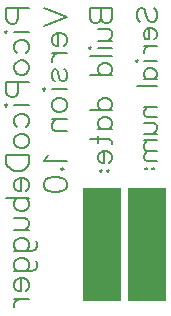
<source format=gbo>
G04 Layer: BottomSilkscreenLayer*
G04 EasyEDA v6.5.1, 2022-06-12 07:01:07*
G04 a67cddfb3fce44daa9051d46cbbcc19f,10*
G04 Gerber Generator version 0.2*
G04 Scale: 100 percent, Rotated: No, Reflected: No *
G04 Dimensions in inches *
G04 leading zeros omitted , absolute positions ,3 integer and 6 decimal *
%FSLAX36Y36*%
%MOIN*%

%ADD19C,0.0080*%

%LPD*%
D19*
X624317Y1575000D02*
G01*
X695909Y1575000D01*
X624317Y1575000D02*
G01*
X624317Y1544317D01*
X627726Y1534090D01*
X631136Y1530682D01*
X637955Y1527273D01*
X644773Y1527273D01*
X651590Y1530682D01*
X655000Y1534090D01*
X658409Y1544317D01*
X658409Y1575000D02*
G01*
X658409Y1544317D01*
X661817Y1534090D01*
X665226Y1530682D01*
X672044Y1527273D01*
X682273Y1527273D01*
X689090Y1530682D01*
X692500Y1534090D01*
X695909Y1544317D01*
X695909Y1575000D01*
X648182Y1504773D02*
G01*
X682273Y1504773D01*
X692500Y1501363D01*
X695909Y1494544D01*
X695909Y1484317D01*
X692500Y1477500D01*
X682273Y1467273D01*
X648182Y1467273D02*
G01*
X695909Y1467273D01*
X624317Y1444773D02*
G01*
X627726Y1441363D01*
X624317Y1437955D01*
X620909Y1441363D01*
X624317Y1444773D01*
X648182Y1441363D02*
G01*
X695909Y1441363D01*
X624317Y1415455D02*
G01*
X695909Y1415455D01*
X624317Y1352044D02*
G01*
X695909Y1352044D01*
X658409Y1352044D02*
G01*
X651590Y1358863D01*
X648182Y1365682D01*
X648182Y1375909D01*
X651590Y1382726D01*
X658409Y1389544D01*
X668636Y1392955D01*
X675455Y1392955D01*
X685682Y1389544D01*
X692500Y1382726D01*
X695909Y1375909D01*
X695909Y1365682D01*
X692500Y1358863D01*
X685682Y1352044D01*
X624317Y1236136D02*
G01*
X695909Y1236136D01*
X658409Y1236136D02*
G01*
X651590Y1242955D01*
X648182Y1249773D01*
X648182Y1260000D01*
X651590Y1266817D01*
X658409Y1273636D01*
X668636Y1277044D01*
X675455Y1277044D01*
X685682Y1273636D01*
X692500Y1266817D01*
X695909Y1260000D01*
X695909Y1249773D01*
X692500Y1242955D01*
X685682Y1236136D01*
X648182Y1172726D02*
G01*
X695909Y1172726D01*
X658409Y1172726D02*
G01*
X651590Y1179544D01*
X648182Y1186363D01*
X648182Y1196590D01*
X651590Y1203409D01*
X658409Y1210226D01*
X668636Y1213636D01*
X675455Y1213636D01*
X685682Y1210226D01*
X692500Y1203409D01*
X695909Y1196590D01*
X695909Y1186363D01*
X692500Y1179544D01*
X685682Y1172726D01*
X624317Y1140000D02*
G01*
X682273Y1140000D01*
X692500Y1136590D01*
X695909Y1129773D01*
X695909Y1122955D01*
X648182Y1150226D02*
G01*
X648182Y1126363D01*
X668636Y1100455D02*
G01*
X668636Y1059544D01*
X661817Y1059544D01*
X655000Y1062955D01*
X651590Y1066363D01*
X648182Y1073182D01*
X648182Y1083409D01*
X651590Y1090226D01*
X658409Y1097044D01*
X668636Y1100455D01*
X675455Y1100455D01*
X685682Y1097044D01*
X692500Y1090226D01*
X695909Y1083409D01*
X695909Y1073182D01*
X692500Y1066363D01*
X685682Y1059544D01*
X655000Y1033636D02*
G01*
X658409Y1037044D01*
X661817Y1033636D01*
X658409Y1030226D01*
X655000Y1033636D01*
X678863Y1033636D02*
G01*
X682273Y1037044D01*
X685682Y1033636D01*
X682273Y1030226D01*
X678863Y1033636D01*
X788909Y1530455D02*
G01*
X782545Y1536817D01*
X779363Y1546363D01*
X779363Y1559090D01*
X782545Y1568636D01*
X788909Y1575000D01*
X795272Y1575000D01*
X801635Y1571817D01*
X804817Y1568636D01*
X808000Y1562273D01*
X814363Y1543182D01*
X817545Y1536817D01*
X820726Y1533636D01*
X827091Y1530455D01*
X836635Y1530455D01*
X843000Y1536817D01*
X846181Y1546363D01*
X846181Y1559090D01*
X843000Y1568636D01*
X836635Y1575000D01*
X820726Y1509454D02*
G01*
X820726Y1471273D01*
X814363Y1471273D01*
X808000Y1474454D01*
X804817Y1477636D01*
X801635Y1484000D01*
X801635Y1493544D01*
X804817Y1499908D01*
X811181Y1506273D01*
X820726Y1509454D01*
X827091Y1509454D01*
X836635Y1506273D01*
X843000Y1499908D01*
X846181Y1493544D01*
X846181Y1484000D01*
X843000Y1477636D01*
X836635Y1471273D01*
X801635Y1450273D02*
G01*
X846181Y1450273D01*
X820726Y1450273D02*
G01*
X811181Y1447091D01*
X804817Y1440727D01*
X801635Y1434364D01*
X801635Y1424818D01*
X779363Y1403818D02*
G01*
X782545Y1400635D01*
X779363Y1397455D01*
X776181Y1400635D01*
X779363Y1403818D01*
X801635Y1400635D02*
G01*
X846181Y1400635D01*
X801635Y1338272D02*
G01*
X846181Y1338272D01*
X811181Y1338272D02*
G01*
X804817Y1344636D01*
X801635Y1350999D01*
X801635Y1360545D01*
X804817Y1366909D01*
X811181Y1373272D01*
X820726Y1376455D01*
X827091Y1376455D01*
X836635Y1373272D01*
X843000Y1366909D01*
X846181Y1360545D01*
X846181Y1350999D01*
X843000Y1344636D01*
X836635Y1338272D01*
X779363Y1317273D02*
G01*
X846181Y1317273D01*
X801635Y1247273D02*
G01*
X846181Y1247273D01*
X814363Y1247273D02*
G01*
X804817Y1237726D01*
X801635Y1231363D01*
X801635Y1221817D01*
X804817Y1215455D01*
X814363Y1212273D01*
X846181Y1212273D01*
X801635Y1191273D02*
G01*
X833455Y1191273D01*
X843000Y1188090D01*
X846181Y1181727D01*
X846181Y1172181D01*
X843000Y1165817D01*
X833455Y1156273D01*
X801635Y1156273D02*
G01*
X846181Y1156273D01*
X801635Y1135273D02*
G01*
X846181Y1135273D01*
X814363Y1135273D02*
G01*
X804817Y1125727D01*
X801635Y1119364D01*
X801635Y1109818D01*
X804817Y1103454D01*
X814363Y1100273D01*
X846181Y1100273D01*
X814363Y1100273D02*
G01*
X804817Y1090727D01*
X801635Y1084364D01*
X801635Y1074818D01*
X804817Y1068454D01*
X814363Y1065273D01*
X846181Y1065273D01*
X808000Y1041091D02*
G01*
X811181Y1044272D01*
X814363Y1041091D01*
X811181Y1037908D01*
X808000Y1041091D01*
X830272Y1041091D02*
G01*
X833455Y1044272D01*
X836635Y1041091D01*
X833455Y1037908D01*
X830272Y1041091D01*
X469299Y1575000D02*
G01*
X545599Y1545900D01*
X469299Y1516799D02*
G01*
X545599Y1545900D01*
X516500Y1492800D02*
G01*
X516500Y1449200D01*
X509299Y1449200D01*
X501999Y1452800D01*
X498400Y1456500D01*
X494699Y1463699D01*
X494699Y1474600D01*
X498400Y1481900D01*
X505599Y1489200D01*
X516500Y1492800D01*
X523800Y1492800D01*
X534699Y1489200D01*
X541999Y1481900D01*
X545599Y1474600D01*
X545599Y1463699D01*
X541999Y1456500D01*
X534699Y1449200D01*
X494699Y1425199D02*
G01*
X545599Y1425199D01*
X516500Y1425199D02*
G01*
X505599Y1421500D01*
X498400Y1414299D01*
X494699Y1406999D01*
X494699Y1396100D01*
X505599Y1332100D02*
G01*
X498400Y1335700D01*
X494699Y1346599D01*
X494699Y1357500D01*
X498400Y1368499D01*
X505599Y1372100D01*
X512899Y1368499D01*
X516500Y1361199D01*
X520199Y1343000D01*
X523800Y1335700D01*
X531100Y1332100D01*
X534699Y1332100D01*
X541999Y1335700D01*
X545599Y1346599D01*
X545599Y1357500D01*
X541999Y1368499D01*
X534699Y1372100D01*
X469299Y1308099D02*
G01*
X472899Y1304499D01*
X469299Y1300799D01*
X465599Y1304499D01*
X469299Y1308099D01*
X494699Y1304499D02*
G01*
X545599Y1304499D01*
X494699Y1258600D02*
G01*
X498400Y1265900D01*
X505599Y1273200D01*
X516500Y1276799D01*
X523800Y1276799D01*
X534699Y1273200D01*
X541999Y1265900D01*
X545599Y1258600D01*
X545599Y1247699D01*
X541999Y1240500D01*
X534699Y1233200D01*
X523800Y1229499D01*
X516500Y1229499D01*
X505599Y1233200D01*
X498400Y1240500D01*
X494699Y1247699D01*
X494699Y1258600D01*
X494699Y1205500D02*
G01*
X545599Y1205500D01*
X509299Y1205500D02*
G01*
X498400Y1194600D01*
X494699Y1187399D01*
X494699Y1176500D01*
X498400Y1169200D01*
X509299Y1165500D01*
X545599Y1165500D01*
X483800Y1085500D02*
G01*
X480199Y1078299D01*
X469299Y1067399D01*
X545599Y1067399D01*
X527500Y1039699D02*
G01*
X531100Y1043400D01*
X534699Y1039699D01*
X531100Y1036100D01*
X527500Y1039699D01*
X469299Y990300D02*
G01*
X472899Y1001199D01*
X483800Y1008499D01*
X501999Y1012100D01*
X512899Y1012100D01*
X531100Y1008499D01*
X541999Y1001199D01*
X545599Y990300D01*
X545599Y983000D01*
X541999Y972100D01*
X531100Y964800D01*
X512899Y961199D01*
X501999Y961199D01*
X483800Y964800D01*
X472899Y972100D01*
X469299Y983000D01*
X469299Y990300D01*
X344299Y1575000D02*
G01*
X420599Y1575000D01*
X344299Y1575000D02*
G01*
X344299Y1542300D01*
X347899Y1531399D01*
X351500Y1527699D01*
X358800Y1524099D01*
X369699Y1524099D01*
X376999Y1527699D01*
X380599Y1531399D01*
X384299Y1542300D01*
X384299Y1575000D01*
X344299Y1500100D02*
G01*
X347899Y1496500D01*
X344299Y1492800D01*
X340599Y1496500D01*
X344299Y1500100D01*
X369699Y1496500D02*
G01*
X420599Y1496500D01*
X380599Y1425199D02*
G01*
X373400Y1432500D01*
X369699Y1439699D01*
X369699Y1450599D01*
X373400Y1457899D01*
X380599Y1465199D01*
X391500Y1468800D01*
X398800Y1468800D01*
X409699Y1465199D01*
X416999Y1457899D01*
X420599Y1450599D01*
X420599Y1439699D01*
X416999Y1432500D01*
X409699Y1425199D01*
X369699Y1383000D02*
G01*
X373400Y1390300D01*
X380599Y1397500D01*
X391500Y1401199D01*
X398800Y1401199D01*
X409699Y1397500D01*
X416999Y1390300D01*
X420599Y1383000D01*
X420599Y1372100D01*
X416999Y1364800D01*
X409699Y1357500D01*
X398800Y1353899D01*
X391500Y1353899D01*
X380599Y1357500D01*
X373400Y1364800D01*
X369699Y1372100D01*
X369699Y1383000D01*
X344299Y1329899D02*
G01*
X420599Y1329899D01*
X344299Y1329899D02*
G01*
X344299Y1297199D01*
X347899Y1286300D01*
X351500Y1282600D01*
X358800Y1279000D01*
X369699Y1279000D01*
X376999Y1282600D01*
X380599Y1286300D01*
X384299Y1297199D01*
X384299Y1329899D01*
X344299Y1255000D02*
G01*
X347899Y1251399D01*
X344299Y1247699D01*
X340599Y1251399D01*
X344299Y1255000D01*
X369699Y1251399D02*
G01*
X420599Y1251399D01*
X380599Y1180100D02*
G01*
X373400Y1187399D01*
X369699Y1194600D01*
X369699Y1205500D01*
X373400Y1212800D01*
X380599Y1220100D01*
X391500Y1223699D01*
X398800Y1223699D01*
X409699Y1220100D01*
X416999Y1212800D01*
X420599Y1205500D01*
X420599Y1194600D01*
X416999Y1187399D01*
X409699Y1180100D01*
X369699Y1137899D02*
G01*
X373400Y1145199D01*
X380599Y1152500D01*
X391500Y1156100D01*
X398800Y1156100D01*
X409699Y1152500D01*
X416999Y1145199D01*
X420599Y1137899D01*
X420599Y1126999D01*
X416999Y1119699D01*
X409699Y1112500D01*
X398800Y1108800D01*
X391500Y1108800D01*
X380599Y1112500D01*
X373400Y1119699D01*
X369699Y1126999D01*
X369699Y1137899D01*
X344299Y1084800D02*
G01*
X420599Y1084800D01*
X344299Y1084800D02*
G01*
X344299Y1059400D01*
X347899Y1048499D01*
X355199Y1041199D01*
X362500Y1037500D01*
X373400Y1033899D01*
X391500Y1033899D01*
X402500Y1037500D01*
X409699Y1041199D01*
X416999Y1048499D01*
X420599Y1059400D01*
X420599Y1084800D01*
X391500Y1009899D02*
G01*
X391500Y966300D01*
X384299Y966300D01*
X376999Y969899D01*
X373400Y973499D01*
X369699Y980799D01*
X369699Y991700D01*
X373400Y999000D01*
X380599Y1006300D01*
X391500Y1009899D01*
X398800Y1009899D01*
X409699Y1006300D01*
X416999Y999000D01*
X420599Y991700D01*
X420599Y980799D01*
X416999Y973499D01*
X409699Y966300D01*
X344299Y942300D02*
G01*
X420599Y942300D01*
X380599Y942300D02*
G01*
X373400Y935000D01*
X369699Y927699D01*
X369699Y916799D01*
X373400Y909499D01*
X380599Y902300D01*
X391500Y898600D01*
X398800Y898600D01*
X409699Y902300D01*
X416999Y909499D01*
X420599Y916799D01*
X420599Y927699D01*
X416999Y935000D01*
X409699Y942300D01*
X369699Y874600D02*
G01*
X406100Y874600D01*
X416999Y870999D01*
X420599Y863699D01*
X420599Y852800D01*
X416999Y845500D01*
X406100Y834600D01*
X369699Y834600D02*
G01*
X420599Y834600D01*
X369699Y766999D02*
G01*
X427899Y766999D01*
X438800Y770599D01*
X442500Y774299D01*
X446100Y781500D01*
X446100Y792500D01*
X442500Y799699D01*
X380599Y766999D02*
G01*
X373400Y774299D01*
X369699Y781500D01*
X369699Y792500D01*
X373400Y799699D01*
X380599Y806999D01*
X391500Y810599D01*
X398800Y810599D01*
X409699Y806999D01*
X416999Y799699D01*
X420599Y792500D01*
X420599Y781500D01*
X416999Y774299D01*
X409699Y766999D01*
X369699Y699400D02*
G01*
X427899Y699400D01*
X438800Y703000D01*
X442500Y706599D01*
X446100Y713899D01*
X446100Y724800D01*
X442500Y732100D01*
X380599Y699400D02*
G01*
X373400Y706599D01*
X369699Y713899D01*
X369699Y724800D01*
X373400Y732100D01*
X380599Y739400D01*
X391500Y743000D01*
X398800Y743000D01*
X409699Y739400D01*
X416999Y732100D01*
X420599Y724800D01*
X420599Y713899D01*
X416999Y706599D01*
X409699Y699400D01*
X391500Y675399D02*
G01*
X391500Y631700D01*
X384299Y631700D01*
X376999Y635399D01*
X373400Y639000D01*
X369699Y646300D01*
X369699Y657199D01*
X373400Y664499D01*
X380599Y671700D01*
X391500Y675399D01*
X398800Y675399D01*
X409699Y671700D01*
X416999Y664499D01*
X420599Y657199D01*
X420599Y646300D01*
X416999Y639000D01*
X409699Y631700D01*
X369699Y607699D02*
G01*
X420599Y607699D01*
X391500Y607699D02*
G01*
X380599Y604099D01*
X373400Y596799D01*
X369699Y589499D01*
X369699Y578600D01*
G36*
X600000Y975000D02*
G01*
X600000Y600000D01*
X725000Y600000D01*
X725000Y975000D01*
G37*
G36*
X750000Y975000D02*
G01*
X750000Y600000D01*
X875000Y600000D01*
X875000Y975000D01*
G37*
M02*

</source>
